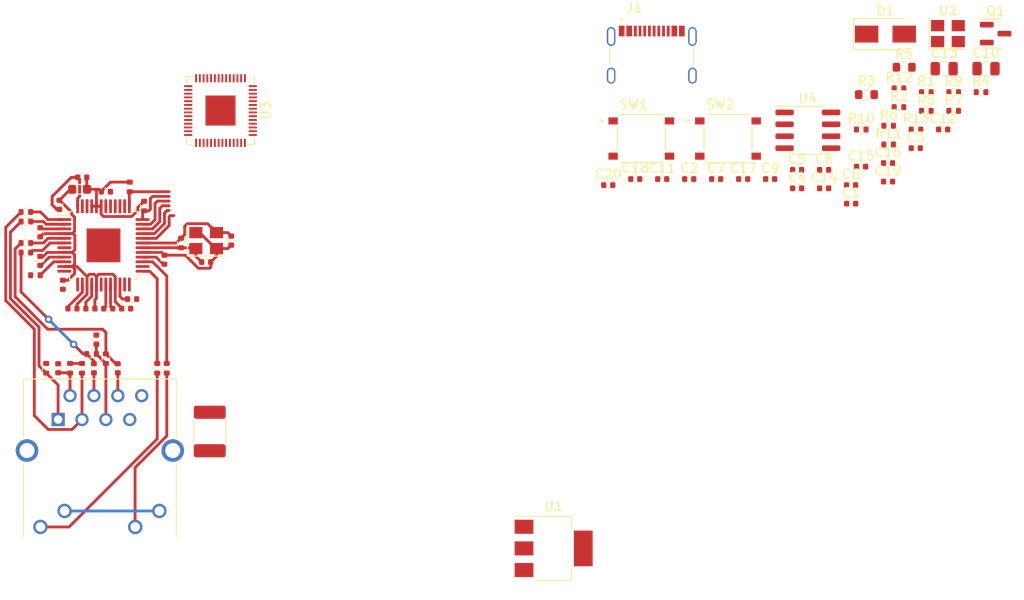
<source format=kicad_pcb>
(kicad_pcb (version 20211014) (generator pcbnew)
  (layers (0 "F.Cu" signal) (31 "B.Cu" signal) (34 "B.Paste" user) (35 "F.Paste" user) (36 "B.SilkS" user "B.Silkscreen") (37 "F.SilkS" user "F.Silkscreen") (38 "B.Mask" user) (39 "F.Mask" user) (44 "Edge.Cuts" user))
  (net 0 "")
  (net 1 "VSYS")
  (net 2 "GND")
  (net 3 "+3V3")
  (net 4 "Net-(C14-Pad1)")
  (net 5 "XIN")
  (net 6 "Net-(C16-Pad1)")
  (net 7 "+1V1")
  (net 8 "GNDPWR")
  (net 9 "Net-(C22-Pad1)")
  (net 10 "Net-(C23-Pad1)")
  (net 11 "Net-(C23-Pad2)")
  (net 12 "Net-(C24-Pad1)")
  (net 13 "Net-(C24-Pad2)")
  (net 14 "Net-(C25-Pad1)")
  (net 15 "Net-(C26-Pad1)")
  (net 16 "Net-(C27-Pad1)")
  (net 17 "XI")
  (net 18 "+3.3VA")
  (net 19 "VBUS")
  (net 20 "Net-(J1-PadA5)")
  (net 21 "USB_D_P")
  (net 22 "USB_D_N")
  (net 24 "Net-(J1-PadB5)")
  (net 26 "GPIO0")
  (net 27 "GPIO1")
  (net 28 "GPIO2")
  (net 29 "GPIO3")
  (net 30 "GPIO4")
  (net 31 "GPIO5")
  (net 32 "GPIO6")
  (net 33 "GPIO7")
  (net 34 "GPIO8")
  (net 35 "GPIO9")
  (net 36 "GPIO10")
  (net 37 "GPIO11")
  (net 38 "GPIO12")
  (net 39 "GPIO13")
  (net 40 "GPIO14")
  (net 41 "GPIO15")
  (net 42 "GPIO16")
  (net 43 "GPIO17")
  (net 44 "GPIO18")
  (net 45 "GPIO19")
  (net 46 "GPIO20")
  (net 47 "GPIO21")
  (net 48 "GPIO22")
  (net 49 "RUN")
  (net 50 "GPIO26{slash}ADC0")
  (net 51 "GPIO27{slash}ADC1")
  (net 52 "GPIO28{slash}ADC2")
  (net 53 "ADC_VREF")
  (net 54 "Net-(P1-Pad1)")
  (net 55 "Net-(P1-Pad3)")
  (net 57 "Net-(P1-Pad9)")
  (net 58 "Net-(P1-Pad11)")
  (net 59 "GPIO29{slash}ADC3")
  (net 60 "GPIO24")
  (net 61 "/rp2040/RUSB_D_P")
  (net 62 "/rp2040/RUSB_D_N")
  (net 63 "Net-(R9-Pad1)")
  (net 64 "XOUT")
  (net 65 "Net-(R12-Pad2)")
  (net 66 "QSPI_SS_N")
  (net 67 "Net-(R13-Pad2)")
  (net 68 "Net-(R18-Pad2)")
  (net 69 "ACTn")
  (net 70 "Net-(R21-Pad2)")
  (net 71 "Net-(R22-Pad2)")
  (net 72 "Net-(R23-Pad2)")
  (net 73 "LINKn")
  (net 74 "Net-(R27-Pad2)")
  (net 75 "XO")
  (net 76 "SWCLK")
  (net 77 "SWDIO")
  (net 78 "GPIO23")
  (net 79 "GPIO25")
  (net 80 "QSPI_SD3")
  (net 81 "QSPI_SCLK")
  (net 82 "QSPI_SD0")
  (net 83 "QSPI_SD2")
  (net 84 "QSPI_SD1")
  (footprint "Capacitor_SMD:C_0402_1005Metric" (layer "F.Cu") (at 49.53 95.631 90)
    (fp_text reference "C33" hide)
    (fp_text value "0.1uF")
  )
  (footprint "Resistor_SMD:R_0603_1608Metric" (layer "F.Cu") (at 137.41 80.976)
    (fp_text reference "R3")
    (fp_text value "27Ω")
  )
  (footprint "Package_QFP:LQFP-48-1EP_7x7mm_P0.5mm_EP3.6x3.6mm" (layer "F.Cu") (at 56.261 97.028)
    (fp_text reference "U5" hide)
    (fp_text value "W5500")
  )
  (footprint "Capacitor_SMD:C_0402_1005Metric" (layer "F.Cu") (at 55.245 110.109 90)
    (fp_text reference "C23" hide)
    (fp_text value "6.8nF")
  )
  (footprint "Resistor_SMD:R_0402_1005Metric" (layer "F.Cu") (at 149.6 80.716)
    (fp_text reference "R4")
    (fp_text value "200kΩ")
  )
  (footprint "Capacitor_SMD:C_0402_1005Metric" (layer "F.Cu") (at 57.785 110.109 90)
    (fp_text reference "C24" hide)
    (fp_text value "6.8nF")
  )
  (footprint "Resistor_SMD:R_0402_1005Metric" (layer "F.Cu") (at 60.579 92.837 -90)
    (fp_text reference "R19" hide)
    (fp_text value "4.7k")
  )
  (footprint "Resistor_SMD:R_0402_1005Metric" (layer "F.Cu") (at 48.006 93.472)
    (fp_text reference "R18" hide)
    (fp_text value "3.3")
  )
  (footprint "Package_TO_SOT_SMD:SOT-223-3_TabPin2" (layer "F.Cu") (at 104.14 129.286)
    (fp_text reference "U1")
    (fp_text value "AMS1117-3.3")
  )
  (footprint "Resistor_SMD:R_0402_1005Metric" (layer "F.Cu") (at 62.992 110.111 -90)
    (fp_text reference "R20" hide)
    (fp_text value "470")
  )
  (footprint "Capacitor_SMD:C_0402_1005Metric" (layer "F.Cu") (at 130.04 90.956)
    (fp_text reference "C4")
    (fp_text value "0.1uF")
  )
  (footprint "Capacitor_SMD:C_0402_1005Metric" (layer "F.Cu") (at 55.499 107.061 90)
    (fp_text reference "C25" hide)
    (fp_text value "0.1uF")
  )
  (footprint "Capacitor_SMD:C_1812_4532Metric" (layer "F.Cu") (at 67.564 116.84 90)
    (fp_text reference "C21" hide)
    (fp_text value "1nF/22kV")
  )
  (footprint "Diode_SMD:D_SMA" (layer "F.Cu") (at 139.43 74.536)
    (fp_text reference "D1")
    (fp_text value "SS54")
  )
  (footprint "Capacitor_SMD:C_0402_1005Metric" (layer "F.Cu") (at 58.674 103.759)
    (fp_text reference "C36" hide)
    (fp_text value "0.1uF")
  )
  (footprint "Capacitor_SMD:C_0402_1005Metric" (layer "F.Cu") (at 51.943 101.219 -90)
    (fp_text reference "C35" hide)
    (fp_text value "0.1uF")
  )
  (footprint "Capacitor_SMD:C_0402_1005Metric" (layer "F.Cu") (at 56.515 91.313)
    (fp_text reference "C32" hide)
    (fp_text value "0.1uF")
  )
  (footprint "Resistor_SMD:R_0402_1005Metric" (layer "F.Cu") (at 139.77 86.286)
    (fp_text reference "R11")
    (fp_text value "1kΩ")
  )
  (footprint "01-rickbassham:RP2040" (layer "F.Cu") (at 68.707 82.677 -90)
    (fp_text reference "U3")
    (fp_text value "RP2040")
  )
  (footprint "Resistor_SMD:R_0402_1005Metric" (layer "F.Cu") (at 50.165 110.109 90)
    (fp_text reference "R17" hide)
    (fp_text value "49.9")
  )
  (footprint "Capacitor_SMD:C_0402_1005Metric" (layer "F.Cu") (at 127.17 89.966)
    (fp_text reference "C9")
    (fp_text value "0.1uF")
  )
  (footprint "Capacitor_SMD:C_0402_1005Metric" (layer "F.Cu") (at 115.69 89.966)
    (fp_text reference "C11")
    (fp_text value "100nF")
  )
  (footprint "Capacitor_SMD:C_0805_2012Metric" (layer "F.Cu") (at 150.13 78.216)
    (fp_text reference "C10")
    (fp_text value "22uF")
  )
  (footprint "Capacitor_SMD:C_0402_1005Metric" (layer "F.Cu") (at 52.959 103.759 180)
    (fp_text reference "C37" hide)
    (fp_text value "0.1uF")
  )
  (footprint "Resistor_SMD:R_0402_1005Metric" (layer "F.Cu") (at 143.78 80.716)
    (fp_text reference "R1")
    (fp_text value "5.6kΩ")
  )
  (footprint "Package_TO_SOT_SMD:SOT-23" (layer "F.Cu") (at 151.15 74.486)
    (fp_text reference "Q1")
    (fp_text value "2N7002")
  )
  (footprint "Capacitor_SMD:C_0402_1005Metric" (layer "F.Cu") (at 132.91 90.956)
    (fp_text reference "C14")
    (fp_text value "0.1uF")
  )
  (footprint "01-rickbassham:HRO_TYPE-C-31-M-12" (layer "F.Cu") (at 114.5785 78.961)
    (fp_text reference "J1")
    (fp_text value "TYPE-C-31-M-12")
  )
  (footprint "Capacitor_SMD:C_0402_1005Metric" (layer "F.Cu") (at 59.309 102.743)
    (fp_text reference "C27" hide)
    (fp_text value "0.1uF")
  )
  (footprint "Capacitor_SMD:C_0402_1005Metric" (layer "F.Cu") (at 130.04 88.986)
    (fp_text reference "C5")
    (fp_text value "0.1uF")
  )
  (footprint "Capacitor_SMD:C_0805_2012Metric" (layer "F.Cu") (at 145.68 78.216)
    (fp_text reference "C13")
    (fp_text value "22uF")
  )
  (footprint "Resistor_SMD:R_0402_1005Metric" (layer "F.Cu") (at 48.006 97.79)
    (fp_text reference "R23" hide)
    (fp_text value "3.3")
  )
  (footprint "Capacitor_SMD:C_0402_1005Metric" (layer "F.Cu") (at 51.562 92.71 -90)
    (fp_text reference "C39" hide)
    (fp_text value "0.1uF")
  )
  (footprint "01-rickbassham:SW_TS-1187A-B-A-B" (layer "F.Cu") (at 122.685 85.656)
    (fp_text reference "SW2")
    (fp_text value "SW_Push")
  )
  (footprint "Capacitor_SMD:C_0402_1005Metric" (layer "F.Cu") (at 118.56 89.966)
    (fp_text reference "C2")
    (fp_text value "1uF")
  )
  (footprint "Package_SO:SOIC-8_3.9x4.9mm_P1.27mm" (layer "F.Cu") (at 131.18 84.776)
    (fp_text reference "U4")
    (fp_text value "W25Q128JVSIQ")
  )
  (footprint "01-rickbassham:J1B1211CCD" (layer "F.Cu") (at 55.88 121.92)
    (fp_text reference "P1" hide)
    (fp_text value "RJ45_LED_Shielded")
  )
  (footprint "Capacitor_SMD:C_0402_1005Metric" (layer "F.Cu") (at 139.71 90.236)
    (fp_text reference "C19")
    (fp_text value "0.1uF")
  )
  (footprint "Capacitor_SMD:C_0402_1005Metric" (layer "F.Cu") (at 121.43 89.966)
    (fp_text reference "C7")
    (fp_text value "0.1uF")
  )
  (footprint "Resistor_SMD:R_0402_1005Metric" (layer "F.Cu") (at 136.86 84.696)
    (fp_text reference "R10")
    (fp_text value "5.1kΩ")
  )
  (footprint "Capacitor_SMD:C_0402_1005Metric" (layer "F.Cu") (at 139.71 88.266)
    (fp_text reference "C16")
    (fp_text value "15pF")
  )
  (footprint "Capacitor_SMD:C_0402_1005Metric" (layer "F.Cu") (at 132.91 88.986)
    (fp_text reference "C8")
    (fp_text value "0.1uF")
  )
  (footprint "Resistor_SMD:R_0402_1005Metric" (layer "F.Cu") (at 146.69 80.716)
    (fp_text reference "R9")
    (fp_text value "1Ω")
  )
  (footprint "Resistor_SMD:R_0402_1005Metric" (layer "F.Cu") (at 56.515 109.093 90)
    (fp_text reference "R24" hide)
    (fp_text value "49.9")
  )
  (footprint "Resistor_SMD:R_0402_1005Metric" (layer "F.Cu") (at 142.68 84.696)
    (fp_text reference "R13")
    (fp_text value "1kΩ")
  )
  (footprint "Resistor_SMD:R_0402_1005Metric" (layer "F.Cu") (at 48.006 94.488)
    (fp_text reference "R21" hide)
    (fp_text value "3.3")
  )
  (footprint "Resistor_SMD:R_0402_1005Metric" (layer "F.Cu") (at 52.705 110.109 90)
    (fp_text reference "R14" hide)
    (fp_text value "10R/1%")
  )
  (footprint "Capacitor_SMD:C_0402_1005Metric" (layer "F.Cu") (at 67.183 98.806)
    (fp_text reference "C28" hide)
    (fp_text value "18pF")
  )
  (footprint "Capacitor_SMD:C_0402_1005Metric" (layer "F.Cu") (at 136.84 88.646)
    (fp_text reference "C15")
    (fp_text value "15pF")
  )
  (footprint "Capacitor_SMD:C_0402_1005Metric" (layer "F.Cu") (at 51.435 110.109 90)
    (fp_text reference "C22" hide)
    (fp_text value "22nF")
  )
  (footprint "01-rickbassham:SW_TS-1187A-B-A-B" (layer "F.Cu") (at 113.465 85.656)
    (fp_text reference "SW1")
    (fp_text value "SW_Push")
  )
  (footprint "Capacitor_SMD:C_0402_1005Metric" (layer "F.Cu") (at 112.82 89.966)
    (fp_text reference "C18")
    (fp_text value "0.1uF")
  )
  (footprint "Resistor_SMD:R_0402_1005Metric" (layer "F.Cu") (at 53.975 110.109 90)
    (fp_text reference "R16" hide)
    (fp_text value "49.9")
  )
  (footprint "Resistor_SMD:R_0603_1608Metric" (layer "F.Cu") (at 141.42 78.066)
    (fp_text reference "R5")
    (fp_text value "27Ω")
  )
  (footprint "Capacitor_SMD:C_0402_1005Metric" (layer "F.Cu") (at 54.0005 89.789 180)
    (fp_text reference "C30" hide)
    (fp_text value "1uF")
  )
  (footprint "Capacitor_SMD:C_0402_1005Metric" (layer "F.Cu") (at 135.78 92.586)
    (fp_text reference "C1")
    (fp_text value "1uF")
  )
  (footprint "Capacitor_SMD:C_0402_1005Metric" (layer "F.Cu") (at 54.864 103.759 180)
    (fp_text reference "C38" hide)
    (fp_text value "0.1uF")
  )
  (footprint "Capacitor_SMD:C_0402_1005Metric" (layer "F.Cu") (at 49.53 98.679 -90)
    (fp_text reference "C34" hide)
    (fp_text value "0.1uF")
  )
  (footprint "Capacitor_SMD:C_0402_1005Metric" (layer "F.Cu") (at 142.66 86.676)
    (fp_text reference "C3")
    (fp_text value "0.1uF")
  )
  (footprint "Resistor_SMD:R_0402_1005Metric" (layer "F.Cu") (at 143.78 82.706)
    (fp_text reference "R8")
    (fp_text value "5.1kΩ")
  )
  (footprint "Capacitor_SMD:C_0402_1005Metric" (layer "F.Cu") (at 124.3 89.966)
    (fp_text reference "C17")
    (fp_text value "1uF")
  )
  (footprint "Capacitor_SMD:C_0402_1005Metric" (layer "F.Cu") (at 145.57 84.686)
    (fp_text reference "C12")
    (fp_text value "100nF")
  )
  (footprint "Capacitor_SMD:C_0402_1005Metric" (layer "F.Cu") (at 56.769 103.759 180)
    (fp_text reference "C26" hide)
    (fp_text value "4.7uF")
  )
  (footprint "Capacitor_SMD:C_0402_1005Metric" (layer "F.Cu") (at 69.85 96.52 -90)
    (fp_text reference "C29" hide)
    (fp_text value "18pF")
  )
  (footprint "Resistor_SMD:R_0402_1005Metric" (layer "F.Cu") (at 140.87 82.306)
    (fp_text reference "R2")
    (fp_text value "10kΩ")
  )
  (footprint "Capacitor_SMD:C_0402_1005Metric" (layer "F.Cu") (at 135.78 90.616)
    (fp_text reference "C6")
    (fp_text value "0.1uF")
  )
  (footprint "Resistor_SMD:R_0402_1005Metric" (layer "F.Cu") (at 54.991 108.585 180)
    (fp_text reference "R25" hide)
    (fp_text value "49.9")
  )
  (footprint "Resistor_SMD:R_0402_1005Metric" (layer "F.Cu") (at 59.055 90.805 -90)
    (fp_text reference "R15" hide)
    (fp_text value "4.7k")
  )
  (footprint "Resistor_SMD:R_0402_1005Metric" (layer "F.Cu") (at 61.976 110.111 -90)
    (fp_text reference "R26" hide)
    (fp_text value "470")
  )
  (footprint "Resistor_SMD:R_0402_1005Metric" (layer "F.Cu") (at 139.77 84.296)
    (fp_text reference "R6")
    (fp_text value "100kΩ")
  )
  (footprint "Resistor_SMD:R_0402_1005Metric" (layer "F.Cu") (at 48.006 96.774)
    (fp_text reference "R22" hide)
    (fp_text value "3.3")
  )
  (footprint "Crystal:Crystal_SMD_3225-4Pin_3.2x2.5mm" (layer "F.Cu") (at 146.08 74.486)
    (fp_text reference "U2")
    (fp_text value "12MHz")
  )
  (footprint "Inductor_SMD:L_0603_1608Metric" (layer "F.Cu") (at 53.721 91.059 180)
    (fp_text reference "L1" hide)
    (fp_text value "600mA")
  )
  (footprint "Crystal:Crystal_SMD_3225-4Pin_3.2x2.5mm" (layer "F.Cu") (at 67.183 96.52)
    (fp_text reference "Y1" hide)
    (fp_text value "25MHz")
  )
  (footprint "Resistor_SMD:R_0402_1005Metric" (layer "F.Cu") (at 64.516 96.774 90)
    (fp_text reference "R28" hide)
    (fp_text value "1M")
  )
  (footprint "Resistor_SMD:R_0402_1005Metric" (layer "F.Cu") (at 49.022 100.203)
    (fp_text reference "R27" hide)
    (fp_text value "12.4k/1%")
  )
  (footprint "Capacitor_SMD:C_0402_1005Metric" (layer "F.Cu") (at 109.95 90.616)
    (fp_text reference "C20")
    (fp_text value "0.1uF")
  )
  (footprint "Capacitor_SMD:C_0402_1005Metric" (layer "F.Cu") (at 62.738 98.552 90)
    (fp_text reference "C31" hide)
    (fp_text value "0.1uF")
  )
  (footprint "Resistor_SMD:R_0402_1005Metric" (layer "F.Cu") (at 146.69 82.706)
    (fp_text reference "R7")
    (fp_text value "200Ω")
  )
  (footprint "Resistor_SMD:R_0402_1005Metric" (layer "F.Cu") (at 140.87 80.316)
    (fp_text reference "R12")
    (fp_text value "1kΩ")
  )
  (segment (start 53.721 91.817639) (end 53.511 92.027639) (width 0.3) (layer "F.Cu") (net 2))
  (segment (start 52.479 103.560361) (end 52.479 103.759) (width 0.3) (layer "F.Cu") (net 2))
  (segment (start 66.083 95.67) (end 66.487489 95.67) (width 0.3) (layer "F.Cu") (net 2))
  (segment (start 53.511 92.027639) (end 53.511 92.8655) (width 0.3) (layer "F.Cu") (net 2))
  (segment (start 56.511 103.537) (end 56.289 103.759) (width 0.3) (layer "F.Cu") (net 2))
  (segment (start 68.283 97.37) (end 69.48 97.37) (width 0.3) (layer "F.Cu") (net 2))
  (segment (start 50.8 92.71) (end 51.28 93.19) (width 0.3) (layer "F.Cu") (net 2))
  (segment (start 66.353498 99.46552) (end 67.53948 99.46552) (width 0.3) (layer "F.Cu") (net 2))
  (segment (start 69.48 97.37) (end 69.85 97) (width 0.3) (layer "F.Cu") (net 2))
  (segment (start 66.487489 95.67) (end 68.187489 97.37) (width 0.3) (layer "F.Cu") (net 2))
  (segment (start 60.4235 97.778) (end 62.444 97.778) (width 0.3) (layer "F.Cu") (net 2))
  (segment (start 50.8 91.821) (end 50.8 92.71) (width 0.3) (layer "F.Cu") (net 2))
  (segment (start 67.53948 99.46552) (end 67.663 99.342) (width 0.3) (layer "F.Cu") (net 2))
  (segment (start 56.511 101.1905) (end 56.511 103.537) (width 0.3) (layer "F.Cu") (net 2))
  (segment (start 62.738 98.072) (end 64.959978 98.072) (width 0.3) (layer "F.Cu") (net 2))
  (segment (start 54.011 102.028361) (end 52.479 103.560361) (width 0.3) (layer "F.Cu") (net 2))
  (segment (start 62.444 97.778) (end 62.738 98.072) (width 0.3) (layer "F.Cu") (net 2))
  (segment (start 53.5205 89.789) (end 53.721 89.9895) (width 0.3) (layer "F.Cu") (net 2))
  (segment (start 53.721 89.9895) (end 53.721 91.817639) (width 0.3) (layer "F.Cu") (net 2))
  (segment (start 64.959978 98.072) (end 66.353498 99.46552) (width 0.3) (layer "F.Cu") (net 2))
  (segment (start 68.283 97.37) (end 68.283 98.186) (width 0.3) (layer "F.Cu") (net 2))
  (segment (start 49.603569 99.159) (end 49.53 99.159) (width 0.3) (layer "F.Cu") (net 2))
  (segment (start 49.657 95.278) (end 49.53 95.151) (width 0.3) (layer "F.Cu") (net 2))
  (segment (start 55.011 102.441216) (end 54.384 103.068216) (width 0.3) (layer "F.Cu") (net 2))
  (segment (start 55.011 101.1905) (end 55.011 102.441216) (width 0.3) (layer "F.Cu") (net 2))
  (segment (start 51.28 93.19) (end 51.562 93.19) (width 0.3) (layer "F.Cu") (net 2))
  (segment (start 67.663 99.342) (end 67.663 98.806) (width 0.3) (layer "F.Cu") (net 2))
  (segment (start 54.011 101.1905) (end 54.011 102.028361) (width 0.3) (layer "F.Cu") (net 2))
  (segment (start 52.0985 95.278) (end 49.657 95.278) (width 0.3) (layer "F.Cu") (net 2))
  (segment (start 54.384 103.068216) (end 54.384 103.759) (width 0.3) (layer "F.Cu") (net 2))
  (segment (start 52.832 89.789) (end 50.8 91.821) (width 0.3) (layer "F.Cu") (net 2))
  (segment (start 53.5205 89.789) (end 52.832 89.789) (width 0.3) (layer "F.Cu") (net 2))
  (segment (start 68.187489 97.37) (end 68.283 97.37) (width 0.3) (layer "F.Cu") (net 2))
  (segment (start 50.484569 98.278) (end 49.603569 99.159) (width 0.3) (layer "F.Cu") (net 2))
  (segment (start 52.0985 98.278) (end 50.484569 98.278) (width 0.3) (layer "F.Cu") (net 2))
  (segment (start 68.283 98.186) (end 67.663 98.806) (width 0.3) (layer "F.Cu") (net 2))
  (segment (start 56.035 91.313) (end 56.035 91.270715) (width 0.3) (layer "F.Cu") (net 3))
  (segment (start 56.011 93.703361) (end 56.260159 93.95252) (width 0.3) (layer "F.Cu") (net 3))
  (segment (start 54.4805 91.031) (end 54.5085 91.059) (width 0.3) (layer "F.Cu") (net 3))
  (segment (start 57.010715 90.295) (end 59.055 90.295) (width 0.3) (layer "F.Cu") (net 3))
  (segment (start 59.90948 93.304881) (end 59.90948 92.99652) (width 0.3) (layer "F.Cu") (net 3))
  (segment (start 55.511 92.8655) (end 55.511 91.071) (width 0.3) (layer "F.Cu") (net 3))
  (segment (start 55.781 91.059) (end 56.035 91.313) (width 0.3) (layer "F.Cu") (net 3))
  (segment (start 54.4805 89.789) (end 54.4805 91.031) (width 0.3) (layer "F.Cu") (net 3))
  (segment (start 59.261841 93.95252) (end 59.90948 93.304881) (width 0.3) (layer "F.Cu") (net 3))
  (segment (start 56.011 92.8655) (end 56.011 93.703361) (width 0.3) (layer "F.Cu") (net 3))
  (segment (start 54.5085 91.059) (end 55.499 91.059) (width 0.3) (layer "F.Cu") (net 3))
  (segment (start 61.86268 98.278) (end 62.61668 99.032) (width 0.3) (layer "F.Cu") (net 3))
  (segment (start 62.61668 99.032) (end 62.738 99.032) (width 0.3) (layer "F.Cu") (net 3))
  (segment (start 56.260159 93.95252) (end 59.261841 93.95252) (width 0.3) (layer "F.Cu") (net 3))
  (segment (start 60.4235 98.278) (end 61.86268 98.278) (width 0.3) (layer "F.Cu") (net 3))
  (segment (start 55.499 91.059) (end 55.781 91.059) (width 0.3) (layer "F.Cu") (net 3))
  (segment (start 59.90948 92.99652) (end 60.579 92.327) (width 0.3) (layer "F.Cu") (net 3))
  (segment (start 55.011 92.8655) (end 56.011 92.8655) (width 0.3) (layer "F.Cu") (net 3))
  (segment (start 56.035 91.270715) (end 57.010715 90.295) (width 0.3) (layer "F.Cu") (net 3))
  (segment (start 55.511 91.071) (end 55.499 91.059) (width 0.3) (layer "F.Cu") (net 3))
  (segment (start 52.122 125.3) (end 62.205 125.3) (width 0.3) (layer "B.Cu") (net 3))
  (segment (start 52.705 113.03) (end 52.705 110.619) (width 0.3) (layer "F.Cu") (net 9))
  (segment (start 52.675 110.589) (end 52.705 110.619) (width 0.3) (layer "F.Cu") (net 9))
  (segment (start 51.435 110.589) (end 52.675 110.589) (width 0.3) (layer "F.Cu") (net 9))
  (segment (start 55.245 113.03) (end 55.245 110.589) (width 0.3) (layer "F.Cu") (net 10))
  (segment (start 53.086 107.569) (end 54.102 108.585) (width 0.3) (layer "F.Cu") (net 11))
  (segment (start 55.245 109.629) (end 55.245 109.349) (width 0.3) (layer "F.Cu") (net 11))
  (segment (start 55.245 109.349) (end 54.481 108.585) (width 0.3) (layer "F.Cu") (net 11))
  (segment (start 50.419 104.902) (end 47.496 101.979) (width 0.3) (layer "F.Cu") (net 11))
  (segment (start 54.102 108.585) (end 54.481 108.585) (width 0.3) (layer "F.Cu") (net 11))
  (segment (start 47.496 101.979) (end 47.496 97.79) (width 0.3) (layer "F.Cu") (net 11))
  (via (at 50.419 104.902) (size 0.8) (drill 0.4) (layers "F.Cu" "B.Cu") (net 11))
  (via (at 53.086 107.569) (size 0.8) (drill 0.4) (layers "F.Cu" "B.Cu") (net 11))
  (segment (start 50.419 104.902) (end 53.086 107.569) (width 0.3) (layer "B.Cu") (net 11))
  (segment (start 57.785 113.03) (end 57.785 110.589) (width 0.3) (layer "F.Cu") (net 12))
  (segment (start 57.561 109.629) (end 56.515 108.583) (width 0.3) (layer "F.Cu") (net 13))
  (segment (start 56.515 106.299) (end 56.515 108.583) (width 0.3) (layer "F.Cu") (net 13))
  (segment (start 46.863 102.489) (end 50.32548 105.95148) (width 0.3) (layer "F.Cu") (net 13))
  (segment (start 50.32548 105.95148) (end 56.16748 105.95148) (width 0.3) (layer "F.Cu") (net 13))
  (segment (start 57.785 109.629) (end 57.561 109.629) (width 0.3) (layer "F.Cu") (net 13))
  (segment (start 46.863 97.407) (end 46.863 102.489) (width 0.3) (layer "F.Cu") (net 13))
  (segment (start 47.496 96.774) (end 47.496 96.776) (width 0.3) (layer "F.Cu") (net 13))
  (segment (start 47.496 96.774) (end 46.863 97.407) (width 0.3) (layer "F.Cu") (net 13))
  (segment (start 56.16748 105.95148) (end 56.515 106.299) (width 0.3) (layer "F.Cu") (net 13))
  (segment (start 56.515 109.603) (end 56.515 109.599) (width 0.3) (layer "F.Cu") (net 14))
  (segment (start 56.515 109.599) (end 55.501 108.585) (width 0.3) (layer "F.Cu") (net 14))
  (segment (start 55.501 108.585) (end 55.501 107.543) (width 0.3) (layer "F.Cu") (net 14))
  (segment (start 56.515 115.57) (end 56.515 109.603) (width 0.3) (layer "F.Cu") (net 14))
  (segment (start 55.501 107.543) (end 55.499 107.541) (width 0.3) (layer "F.Cu") (net 14))
  (segment (start 57.011 101.1905) (end 57.011 103.521) (width 0.3) (layer "F.Cu") (net 15))
  (segment (start 57.011 103.521) (end 57.249 103.759) (width 0.3) (layer "F.Cu") (net 15))
  (segment (start 58.011 101.1905) (end 58.011 102.461) (width 0.3) (layer "F.Cu") (net 16))
  (segment (start 58.011 102.461) (end 58.293 102.743) (width 0.3) (layer "F.Cu") (net 16))
  (segment (start 58.293 102.743) (end 58.829 102.743) (width 0.3) (layer "F.Cu") (net 16))
  (segment (start 65.997 97.284) (end 66.083 97.37) (width 0.3) (layer "F.Cu") (net 17))
  (segment (start 64.51 97.278) (end 64.516 97.284) (width 0.3) (layer "F.Cu") (net 17))
  (segment (start 66.083 97.37) (end 66.083 98.186) (width 0.3) (layer "F.Cu") (net 17))
  (segment (start 66.083 98.186) (end 66.703 98.806) (width 0.3) (layer "F.Cu") (net 17))
  (segment (start 64.516 97.284) (end 65.997 97.284) (width 0.3) (layer "F.Cu") (net 17))
  (segment (start 60.4235 97.278) (end 64.51 97.278) (width 0.3) (layer "F.Cu") (net 17))
  (segment (start 52.936361 97.778) (end 53.18552 98.027159) (width 0.3) (layer "F.Cu") (net 18))
  (segment (start 52.936361 99.278) (end 53.18552 99.527159) (width 0.3) (layer "F.Cu") (net 18))
  (segment (start 53.18552 94.027159) (end 53.18552 95.528841) (width 0.3) (layer "F.Cu") (net 18))
  (segment (start 55.344 102.814643) (end 55.344 103.759) (width 0.3) (layer "F.Cu") (net 18))
  (segment (start 54.511 100.352639) (end 54.760159 100.10348) (width 0.3) (layer "F.Cu") (net 18))
  (segment (start 49.857141 98.199) (end 49.53 98.199) (width 0.3) (layer "F.Cu") (net 18))
  (segment (start 52.0985 97.778) (end 50.278141 97.778) (width 0.3) (layer "F.Cu") (net 18))
  (segment (start 53.18552 99.527159) (end 53.18552 100.028841) (width 0.3) (layer "F.Cu") (net 18))
  (segment (start 51.562 92.23) (end 51.604285 92.23) (width 0.3) (layer "F.Cu") (net 18))
  (segment (start 49.863 95.778) (end 49.53 96.111) (width 0.3) (layer "F.Cu") (net 18))
  (segment (start 53.18552 100.028841) (end 52.475361 100.739) (width 0.3) (layer "F.Cu") (net 18))
  (segment (start 52.936361 99.278) (end 52.0985 99.278) (width 0.3) (layer "F.Cu") (net 18))
  (segment (start 52.884361 93.726) (end 53.18552 94.027159) (width 0.3) (layer "F.Cu") (net 18))
  (segment (start 53.035022 95.778) (end 53.213 95.955978) (width 0.3) (layer "F.Cu") (net 18))
  (segment (start 53.975 109.599) (end 52.705 109.599) (width 0.3) (layer "F.Cu") (net 18))
  (segment (start 53.439 103.306789) (end 53.439 103.759) (width 0.3) (layer "F.Cu") (net 18))
  (segment (start 55.511 100.352639) (end 55.760159 100.10348) (width 0.3) (layer "F.Cu") (net 18))
  (segment (start 55.511 101.1905) (end 55.511 102.647643) (width 0.3) (layer "F.Cu") (net 18))
  (segment (start 55.261841 100.10348) (end 55.511 100.352639) (width 0.3) (layer "F.Cu") (net 18))
  (segment (start 52.0985 95.778) (end 49.863 95.778) (width 0.3) (layer "F.Cu") (net 18))
  (segment (start 53.436361 99.278) (end 52.0985 99.278) (width 0.3) (layer "F.Cu") (net 18))
  (segment (start 52.936361 95.778) (end 52.0985 95.778) (width 0.3) (layer "F.Cu") (net 18))
  (segment (start 57.511 101.1905) (end 57.511 103.018715) (width 0.3) (layer "F.Cu") (net 18))
  (segment (start 55.511 102.647643) (end 55.344 102.814643) (width 0.3) (layer "F.Cu") (net 18))
  (segment (start 57.511 103.018715) (end 58.194 103.701715) (width 0.3) (layer "F.Cu") (net 18))
  (segment (start 54.511 100.352639) (end 53.436361 99.278) (width 0.3) (layer "F.Cu") (net 18))
  (segment (start 52.884361 93.510076) (end 52.884361 93.726) (width 0.3) (layer "F.Cu") (net 18))
  (segment (start 53.18552 95.528841) (end 52.936361 95.778) (width 0.3) (layer "F.Cu") (net 18))
  (segment (start 50.278141 97.778) (end 49.857141 98.199) (width 0.3) (layer "F.Cu") (net 18))
  (segment (start 52.0985 97.778) (end 52.936361 97.778) (width 0.3) (layer "F.Cu") (net 18))
  (segment (start 53.18552 98.027159) (end 53.18552 99.028841) (width 0.3) (layer "F.Cu") (net 18))
  (segment (start 52.733 91.059) (end 51.562 92.23) (width 0.3) (layer "F.Cu") (net 18))
  (segment (start 52.9335 91.059) (end 52.733 91.059) (width 0.3) (layer "F.Cu") (net 18))
  (segment (start 53.18552 99.028841) (end 52.936361 99.278) (width 0.3) (layer "F.Cu") (net 18))
  (segment (start 51.604285 92.23) (end 52.884361 93.510076) (width 0.3) (layer "F.Cu") (net 18))
  (segment (start 58.194 103.701715) (end 58.194 103.759) (width 0.3) (layer "F.Cu") (net 18))
  (segment (start 52.475361 100.739) (end 51.943 100.739) (width 0.3) (layer "F.Cu") (net 18))
  (segment (start 57.261841 100.10348) (end 57.511 100.352639) (width 0.3) (layer "F.Cu") (net 18))
  (segment (start 54.511 101.1905) (end 54.511 100.352639) (width 0.3) (layer "F.Cu") (net 18))
  (segment (start 53.213 97.502321) (end 52.937321 97.778) (width 0.3) (layer "F.Cu") (net 18))
  (segment (start 53.213 95.955978) (end 53.213 97.502321) (width 0.3) (layer "F.Cu") (net 18))
  (segment (start 54.511 101.1905) (end 54.511 102.234788) (width 0.3) (layer "F.Cu") (net 18))
  (segment (start 54.511 102.234788) (end 53.439 103.306789) (width 0.3) (layer "F.Cu") (net 18))
  (segment (start 57.511 100.352639) (end 57.511 101.1905) (width 0.3) (layer "F.Cu") (net 18))
  (segment (start 54.760159 100.10348) (end 55.261841 100.10348) (width 0.3) (layer "F.Cu") (net 18))
  (segment (start 52.937321 97.778) (end 52.0985 97.778) (width 0.3) (layer "F.Cu") (net 18))
  (segment (start 52.0985 95.778) (end 53.035022 95.778) (width 0.3) (layer "F.Cu") (net 18))
  (segment (start 55.511 100.352639) (end 55.511 101.1905) (width 0.3) (layer "F.Cu") (net 18))
  (segment (start 55.760159 100.10348) (end 57.261841 100.10348) (width 0.3) (layer "F.Cu") (net 18))
  (segment (start 60.4235 95.278) (end 61.467789 95.278) (width 0.3) (layer "F.Cu") (net 42))
  (segment (start 62.247559 94.498229) (end 62.247559 93.096881) (width 0.3) (layer "F.Cu") (net 42))
  (segment (start 62.247559 93.096881) (end 62.53088 92.81356) (width 0.3) (layer "F.Cu") (net 42))
  (segment (start 61.467789 95.278) (end 62.247559 94.498229) (width 0.3) (layer "F.Cu") (net 42))
  (segment (start 62.53088 92.81356) (end 63.246 92.81356) (width 0.3) (layer "F.Cu") (net 42))
  (segment (start 63.373 93.853) (end 63.754 93.853) (width 0.3) (layer "F.Cu") (net 43))
  (segment (start 63.246598 94.498227) (end 63.246598 93.979402) (width 0.3) (layer "F.Cu") (net 43))
  (segment (start 63.246599 94.912043) (end 63.246598 94.498227) (width 0.3) (layer "F.Cu") (net 43))
  (segment (start 63.246598 93.979402) (end 63.373 93.853) (width 0.3) (layer "F.Cu") (net 43))
  (segment (start 60.4235 96.278) (end 61.880642 96.278) (width 0.3) (layer "F.Cu") (net 43))
  (segment (start 61.880642 96.278) (end 63.246599 94.912043) (width 0.3) (layer "F.Cu") (net 43))
  (segment (start 62.747078 93.853) (end 62.747078 93.589922) (width 0.3) (layer "F.Cu") (net 44))
  (segment (start 60.4235 95.778) (end 61.674215 95.778) (width 0.3) (layer "F.Cu") (net 44))
  (segment (start 61.674215 95.778) (end 62.747079 94.705136) (width 0.3) (layer "F.Cu") (net 44))
  (segment (start 63.02392 93.31308) (end 63.246 93.31308) (width 0.3) (layer "F.Cu") (net 44))
  (segment (start 62.747079 94.705136) (end 62.747078 93.853) (width 0.3) (layer "F.Cu") (net 44))
  (segment (start 62.747078 93.589922) (end 63.02392 93.31308) (width 0.3) (layer "F.Cu") (net 44))
  (segment (start 61.99096 92.31404) (end 63.246 92.31404) (width 0.3) (layer "F.Cu") (net 45))
  (segment (start 61.748039 92.976571) (end 61.748039 92.556961) (width 0.3) (layer "F.Cu") (net 45))
  (segment (start 61.748039 94.291322) (end 61.748039 92.976571) (width 0.3) (layer "F.Cu") (net 45))
  (segment (start 61.261361 94.778) (end 61.748039 94.291322) (width 0.3) (layer "F.Cu") (net 45))
  (segment (start 60.4235 94.778) (end 61.261361 94.778) (width 0.3) (layer "F.Cu") (net 45))
  (segment (start 61.748039 92.556961) (end 61.99096 92.31404) (width 0.3) (layer "F.Cu") (net 45))
  (segment (start 59.011 91.359) (end 59.055 91.315) (width 0.3) (layer "F.Cu") (net 46))
  (segment (start 59.055 91.315) (end 63.244 91.315) (width 0.3) (layer "F.Cu") (net 46))
  (segment (start 59.011 92.8655) (end 59.011 91.359) (width 0.3) (layer "F.Cu") (net 46))
  (segment (start 61.24852 92.04048) (end 61.47448 91.81452) (width 0.3) (layer "F.Cu") (net 47))
  (segment (start 61.085 93.347) (end 61.24852 93.18348) (width 0.3) (layer "F.Cu") (net 47))
  (segment (start 60.579 93.347) (end 61.085 93.347) (width 0.3) (layer "F.Cu") (net 47))
  (segment (start 61.24852 93.18348) (end 61.24852 92.04048) (width 0.3) (layer "F.Cu") (net 47))
  (segment (start 60.4235 94.278) (end 60.4235 93.5025) (width 0.3) (layer "F.Cu") (net 47))
  (segment (start 60.4235 93.5025) (end 60.579 93.347) (width 0.3) (layer "F.Cu") (net 47))
  (segment (start 61.47448 91.81452) (end 63.246 91.81452) (width 0.3) (layer "F.Cu") (net 47))
  (segment (start 49.403 105.735428) (end 49.403 109.857) (width 0.3) (layer "F.Cu") (net 54))
  (segment (start 51.435 111.889) (end 50.165 110.619) (width 0.3) (layer "F.Cu") (net 54))
  (segment (start 46.363481 102.695909) (end 49.403 105.735428) (width 0.3) (layer "F.Cu") (net 54))
  (segment (start 46.363481 95.620519) (end 46.363481 102.695909) (width 0.3) (layer "F.Cu") (net 54))
  (segment (start 47.496 94.488) (end 46.363481 95.620519) (width 0.3) (layer "F.Cu") (net 54))
  (segment (start 51.435 115.57) (end 51.435 111.889) (width 0.3) (layer "F.Cu") (net 54))
  (segment (start 49.403 109.857) (end 50.165 110.619) (width 0.3) (layer "F.Cu") (net 54))
  (segment (start 47.496 93.474) (end 45.863962 95.106038) (width 0.3) (layer "F.Cu") (net 55))
  (segment (start 48.90348 115.145502) (end 50.381489 116.623511) (width 0.3) (layer "F.Cu") (net 55))
  (segment (start 48.90348 105.942336) (end 48.90348 115.145502) (width 0.3) (layer "F.Cu") (net 55))
  (segment (start 47.496 93.472) (end 47.496 93.474) (width 0.3) (layer "F.Cu") (net 55))
  (segment (start 45.863962 102.902818) (end 48.90348 105.942336) (width 0.3) (layer "F.Cu") (net 55))
  (segment (start 50.381489 116.623511) (end 52.921489 116.623511) (width 0.3) (layer "F.Cu") (net 55))
  (segment (start 45.863962 95.106038) (end 45.863962 102.902818) (width 0.3) (layer "F.Cu") (net 55))
  (segment (start 53.975 115.57) (end 53.975 110.619) (width 0.3) (layer "F.Cu") (net 55))
  (segment (start 52.921489 116.623511) (end 53.975 115.57) (width 0.3) (layer "F.Cu") (net 55))
  (segment (start 61.976 110.621) (end 61.976 117.626231) (width 0.3) (layer "F.Cu") (net 57))
  (segment (start 61.976 117.626231) (end 52.602231 127) (width 0.3) (layer "F.Cu") (net 57))
  (segment (start 52.602231 127) (end 49.555 127) (width 0.3) (layer "F.Cu") (net 57))
  (segment (start 59.620479 126.982479) (end 59.638 127) (width 0.3) (layer "F.Cu") (net 58))
  (segment (start 62.992 110.621) (end 62.992 117.316659) (width 0.3) (layer "F.Cu") (net 58))
  (segment (start 59.620479 120.68818) (end 59.620479 126.982479) (width 0.3) (layer "F.Cu") (net 58))
  (segment (start 62.992 117.316659) (end 59.620479 120.68818) (width 0.3) (layer "F.Cu") (net 58))
  (segment (start 49.559713 93.472) (end 48.516 93.472) (width 0.3) (layer "F.Cu") (net 68))
  (segment (start 50.365713 94.278) (end 49.559713 93.472) (width 0.3) (layer "F.Cu") (net 68))
  (segment (start 52.0985 94.278) (end 50.365713 94.278) (width 0.3) (layer "F.Cu") (net 68))
  (segment (start 61.481715 98.778) (end 62.992 100.288285) (width 0.3) (layer "F.Cu") (net 69))
  (segment (start 60.4235 98.778) (end 61.481715 98.778) (width 0.3) (layer "F.Cu") (net 69))
  (segment (start 62.992 100.288285) (end 62.992 109.601) (width 0.3) (layer "F.Cu") (net 69))
  (segment (start 52.0985 94.778) (end 50.159285 94.778) (width 0.3) (layer "F.Cu") (net 70))
  (segment (start 50.159285 94.778) (end 49.869285 94.488) (width 0.3) (layer "F.Cu") (net 70))
  (segment (start 49.869285 94.488) (end 48.516 94.488) (width 0.3) (layer "F.Cu") (net 70))
  (segment (start 49.869285 96.774) (end 48.516 96.774) (width 0.3) (layer "F.Cu") (net 71))
  (segment (start 50.365285 96.278) (end 49.869285 96.774) (width 0.3) (layer "F.Cu") (net 71))
  (segment (start 52.0985 96.278) (end 50.365285 96.278) (width 0.3) (layer "F.Cu") (net 71))
  (segment (start 48.73652 97.56948) (end 48.516 97.79) (width 0.3) (layer "F.Cu") (net 72))
  (segment (start 49.780233 97.56948) (end 48.73652 97.56948) (width 0.3) (layer "F.Cu") (net 72))
  (segment (start 52.0985 96.778) (end 50.571713 96.778) (width 0.3) (layer "F.Cu") (net 72))
  (segment (start 50.571713 96.778) (end 49.780233 97.56948) (width 0.3) (layer "F.Cu") (net 72))
  (segment (start 61.17 99.778) (end 61.976 100.584) (width 0.3) (layer "F.Cu") (net 73))
  (segment (start 60.4235 99.778) (end 61.17 99.778) (width 0.3) (layer "F.Cu") (net 73))
  (segment (start 61.976 100.584) (end 61.976 109.601) (width 0.3) (layer "F.Cu") (net 73))
  (segment (start 52.0985 98.778) (end 50.957 98.778) (width 0.3) (layer "F.Cu") (net 74))
  (segment (start 50.957 98.778) (end 49.532 100.203) (width 0.3) (layer "F.Cu") (net 74))
  (segment (start 68.283 95.67) (end 69.48 95.67) (width 0.3) (layer "F.Cu") (net 75))
  (segment (start 65.172511 94.720489) (end 67.333489 94.720489) (width 0.3) (layer "F.Cu") (net 75))
  (segment (start 64.516 96.264) (end 64.897 95.883) (width 0.3) (layer "F.Cu") (net 75))
  (segment (start 69.48 95.67) (end 69.85 96.04) (width 0.3) (layer "F.Cu") (net 75))
  (segment (start 67.333489 94.720489) (end 68.283 95.67) (width 0.3) (layer "F.Cu") (net 75))
  (segment (start 64.897 95.883) (end 64.897 94.996) (width 0.3) (layer "F.Cu") (net 75))
  (segment (start 64.002 96.778) (end 64.516 96.264) (width 0.3) (layer "F.Cu") (net 75))
  (segment (start 60.4235 96.778) (end 64.002 96.778) (width 0.3) (layer "F.Cu") (net 75))
  (segment (start 64.897 94.996) (end 65.172511 94.720489) (width 0.3) (layer "F.Cu") (net 75))
)
</source>
